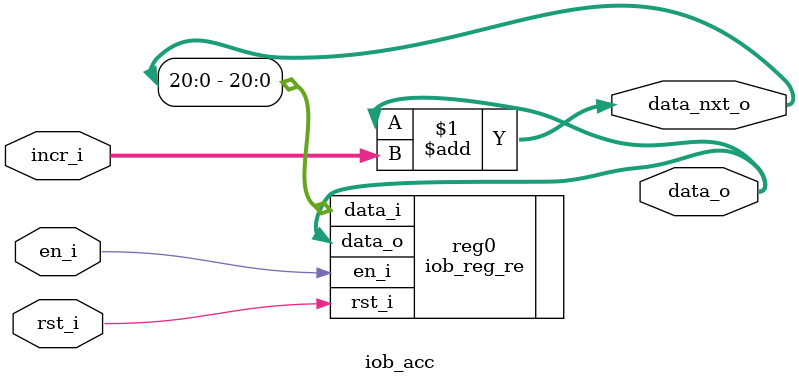
<source format=v>

`timescale 1ns / 1ps

module iob_acc #(
   parameter DATA_W  = 21,
   parameter RST_VAL = {DATA_W{1'b0}}
) (
   `include "clk_en_rst_s_port.vs"
   input rst_i,
   input en_i,
   input  [DATA_W-1:0] incr_i,
   output [DATA_W-1:0] data_o,
   output [DATA_W:0] data_nxt_o
);

   assign data_nxt_o = data_o + incr_i;

   iob_reg_re #(
      .DATA_W (DATA_W),
      .RST_VAL(RST_VAL)
   ) reg0 (
      `include "clk_en_rst_s_s_portmap.vs"
      .rst_i(rst_i),
      .en_i (en_i),
      .data_i(data_nxt_o[DATA_W-1:0]),
      .data_o(data_o)
   );

endmodule

</source>
